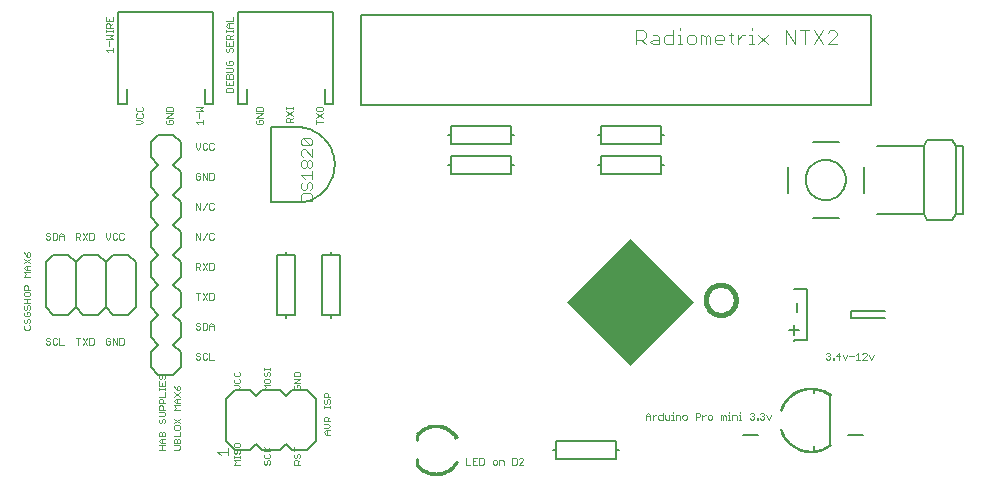
<source format=gto>
G75*
G70*
%OFA0B0*%
%FSLAX24Y24*%
%IPPOS*%
%LPD*%
%AMOC8*
5,1,8,0,0,1.08239X$1,22.5*
%
%ADD10C,0.0020*%
%ADD11R,0.3000X0.3000*%
%ADD12C,0.0160*%
%ADD13C,0.0060*%
%ADD14C,0.0050*%
%ADD15C,0.0030*%
%ADD16C,0.0070*%
%ADD17C,0.0010*%
%ADD18C,0.0080*%
%ADD19C,0.0040*%
%ADD20C,0.0100*%
D10*
X004903Y001110D02*
X005123Y001110D01*
X004903Y001110D01*
X005013Y001110D02*
X005013Y001257D01*
X005013Y001110D01*
X004903Y001257D02*
X005123Y001257D01*
X004903Y001257D01*
X004977Y001331D02*
X004903Y001404D01*
X004977Y001478D01*
X005123Y001478D01*
X004977Y001478D01*
X004903Y001404D01*
X004977Y001331D01*
X005123Y001331D01*
X004977Y001331D01*
X005013Y001331D02*
X005013Y001478D01*
X005013Y001331D01*
X005013Y001552D02*
X005013Y001662D01*
X005050Y001699D01*
X005087Y001699D01*
X005123Y001662D01*
X005123Y001552D01*
X004903Y001552D01*
X004903Y001662D01*
X004940Y001699D01*
X004977Y001699D01*
X005013Y001662D01*
X005013Y001552D01*
X004903Y001552D02*
X004903Y001662D01*
X004940Y001699D01*
X004977Y001699D01*
X005013Y001662D01*
X005050Y001699D01*
X005087Y001699D01*
X005123Y001662D01*
X005123Y001552D01*
X004903Y001552D01*
X005403Y001552D02*
X005623Y001552D01*
X005623Y001699D01*
X005587Y001773D02*
X005623Y001810D01*
X005623Y001883D01*
X005587Y001920D01*
X005440Y001920D01*
X005403Y001883D01*
X005403Y001810D01*
X005440Y001773D01*
X005587Y001773D01*
X005587Y001478D02*
X005623Y001441D01*
X005623Y001331D01*
X005403Y001331D01*
X005403Y001441D01*
X005440Y001478D01*
X005477Y001478D01*
X005513Y001441D01*
X005513Y001331D01*
X005587Y001257D02*
X005403Y001257D01*
X005403Y001110D02*
X005587Y001110D01*
X005623Y001147D01*
X005623Y001220D01*
X005587Y001257D01*
X005513Y001441D02*
X005550Y001478D01*
X005587Y001478D01*
X005623Y001994D02*
X005403Y002141D01*
X005403Y001994D02*
X005623Y002141D01*
X005123Y002104D02*
X005123Y002031D01*
X005087Y001994D01*
X005123Y002031D01*
X005123Y002104D01*
X005087Y002141D01*
X005050Y002141D01*
X005013Y002104D01*
X005013Y002031D01*
X004977Y001994D01*
X004940Y001994D01*
X004903Y002031D01*
X004903Y002104D01*
X004940Y002141D01*
X004903Y002104D01*
X004903Y002031D01*
X004940Y001994D01*
X004977Y001994D01*
X005013Y002031D01*
X005013Y002104D01*
X005050Y002141D01*
X005087Y002141D01*
X005123Y002104D01*
X005087Y002215D02*
X005123Y002252D01*
X005123Y002325D01*
X005087Y002362D01*
X004903Y002362D01*
X005087Y002362D01*
X005123Y002325D01*
X005123Y002252D01*
X005087Y002215D01*
X004903Y002215D01*
X005087Y002215D01*
X005123Y002436D02*
X004903Y002436D01*
X004903Y002546D01*
X004940Y002583D01*
X005013Y002583D01*
X005050Y002546D01*
X005050Y002436D01*
X005050Y002546D01*
X005013Y002583D01*
X004940Y002583D01*
X004903Y002546D01*
X004903Y002436D01*
X005123Y002436D01*
X005123Y002657D02*
X004903Y002657D01*
X004903Y002767D01*
X004940Y002804D01*
X005013Y002804D01*
X005050Y002767D01*
X005050Y002657D01*
X005050Y002767D01*
X005013Y002804D01*
X004940Y002804D01*
X004903Y002767D01*
X004903Y002657D01*
X005123Y002657D01*
X005123Y002878D02*
X004903Y002878D01*
X005123Y002878D01*
X005123Y003025D01*
X005123Y002878D01*
X005403Y002878D02*
X005623Y003025D01*
X005587Y003099D02*
X005623Y003136D01*
X005623Y003209D01*
X005587Y003246D01*
X005550Y003246D01*
X005513Y003209D01*
X005513Y003099D01*
X005587Y003099D01*
X005513Y003099D02*
X005440Y003172D01*
X005403Y003246D01*
X005123Y003246D02*
X005123Y003393D01*
X005123Y003246D01*
X004903Y003246D01*
X004903Y003393D01*
X004903Y003246D01*
X005123Y003246D01*
X005123Y003172D02*
X005123Y003099D01*
X005123Y003172D01*
X005123Y003136D02*
X004903Y003136D01*
X005123Y003136D01*
X005013Y003246D02*
X005013Y003320D01*
X005013Y003246D01*
X004903Y003172D02*
X004903Y003099D01*
X004903Y003172D01*
X005403Y003025D02*
X005623Y002878D01*
X005623Y002804D02*
X005477Y002804D01*
X005403Y002730D01*
X005477Y002657D01*
X005623Y002657D01*
X005623Y002583D02*
X005403Y002583D01*
X005477Y002509D01*
X005403Y002436D01*
X005623Y002436D01*
X005513Y002657D02*
X005513Y002804D01*
X005087Y003467D02*
X005123Y003504D01*
X005123Y003577D01*
X005087Y003614D01*
X005050Y003614D01*
X005013Y003577D01*
X005013Y003504D01*
X004977Y003467D01*
X004940Y003467D01*
X004903Y003504D01*
X004903Y003577D01*
X004940Y003614D01*
X004903Y003577D01*
X004903Y003504D01*
X004940Y003467D01*
X004977Y003467D01*
X005013Y003504D01*
X005013Y003577D01*
X005050Y003614D01*
X005087Y003614D01*
X005123Y003577D01*
X005123Y003504D01*
X005087Y003467D01*
X006143Y004147D02*
X006180Y004110D01*
X006253Y004110D01*
X006290Y004147D01*
X006290Y004183D01*
X006253Y004220D01*
X006180Y004220D01*
X006143Y004257D01*
X006143Y004293D01*
X006180Y004330D01*
X006253Y004330D01*
X006290Y004293D01*
X006364Y004293D02*
X006364Y004147D01*
X006401Y004110D01*
X006474Y004110D01*
X006511Y004147D01*
X006585Y004110D02*
X006732Y004110D01*
X006585Y004110D02*
X006585Y004330D01*
X006511Y004293D02*
X006474Y004330D01*
X006401Y004330D01*
X006364Y004293D01*
X007403Y003662D02*
X007403Y003589D01*
X007440Y003552D01*
X007587Y003552D01*
X007623Y003589D01*
X007623Y003662D01*
X007587Y003699D01*
X007440Y003699D02*
X007403Y003662D01*
X007440Y003478D02*
X007403Y003441D01*
X007403Y003368D01*
X007440Y003331D01*
X007587Y003331D01*
X007623Y003368D01*
X007623Y003441D01*
X007587Y003478D01*
X007550Y003257D02*
X007403Y003257D01*
X007550Y003257D02*
X007623Y003183D01*
X007550Y003110D01*
X007403Y003110D01*
X008403Y003110D02*
X008477Y003183D01*
X008403Y003257D01*
X008623Y003257D01*
X008587Y003331D02*
X008623Y003368D01*
X008623Y003441D01*
X008587Y003478D01*
X008440Y003478D01*
X008403Y003441D01*
X008403Y003368D01*
X008440Y003331D01*
X008587Y003331D01*
X008587Y003552D02*
X008623Y003589D01*
X008623Y003662D01*
X008587Y003699D01*
X008550Y003699D01*
X008513Y003662D01*
X008513Y003589D01*
X008477Y003552D01*
X008440Y003552D01*
X008403Y003589D01*
X008403Y003662D01*
X008440Y003699D01*
X008403Y003773D02*
X008403Y003846D01*
X008403Y003810D02*
X008623Y003810D01*
X008623Y003846D02*
X008623Y003773D01*
X009403Y003662D02*
X009403Y003552D01*
X009623Y003552D01*
X009623Y003662D01*
X009587Y003699D01*
X009440Y003699D01*
X009403Y003662D01*
X009403Y003478D02*
X009623Y003478D01*
X009403Y003331D01*
X009623Y003331D01*
X009587Y003257D02*
X009513Y003257D01*
X009513Y003183D01*
X009440Y003110D02*
X009587Y003110D01*
X009623Y003147D01*
X009623Y003220D01*
X009587Y003257D01*
X009440Y003257D02*
X009403Y003220D01*
X009403Y003147D01*
X009440Y003110D01*
X008623Y003110D02*
X008403Y003110D01*
X010403Y002972D02*
X010403Y002862D01*
X010623Y002862D01*
X010550Y002862D02*
X010550Y002972D01*
X010513Y003009D01*
X010440Y003009D01*
X010403Y002972D01*
X010440Y002788D02*
X010403Y002751D01*
X010403Y002678D01*
X010440Y002641D01*
X010477Y002641D01*
X010513Y002678D01*
X010513Y002751D01*
X010550Y002788D01*
X010587Y002788D01*
X010623Y002751D01*
X010623Y002678D01*
X010587Y002641D01*
X010623Y002567D02*
X010623Y002494D01*
X010623Y002531D02*
X010403Y002531D01*
X010403Y002567D02*
X010403Y002494D01*
X010440Y002199D02*
X010513Y002199D01*
X010550Y002162D01*
X010550Y002052D01*
X010623Y002052D02*
X010403Y002052D01*
X010403Y002162D01*
X010440Y002199D01*
X010550Y002125D02*
X010623Y002199D01*
X010550Y001978D02*
X010403Y001978D01*
X010550Y001978D02*
X010623Y001904D01*
X010550Y001831D01*
X010403Y001831D01*
X010477Y001757D02*
X010623Y001757D01*
X010513Y001757D02*
X010513Y001610D01*
X010477Y001610D02*
X010623Y001610D01*
X010477Y001610D02*
X010403Y001683D01*
X010477Y001757D01*
X009403Y001199D02*
X009403Y001052D01*
X009403Y001125D02*
X009623Y001125D01*
X009587Y000978D02*
X009623Y000941D01*
X009623Y000868D01*
X009587Y000831D01*
X009513Y000868D02*
X009513Y000941D01*
X009550Y000978D01*
X009587Y000978D01*
X009513Y000868D02*
X009477Y000831D01*
X009440Y000831D01*
X009403Y000868D01*
X009403Y000941D01*
X009440Y000978D01*
X009440Y000757D02*
X009513Y000757D01*
X009550Y000720D01*
X009550Y000610D01*
X009623Y000610D02*
X009403Y000610D01*
X009403Y000720D01*
X009440Y000757D01*
X009550Y000683D02*
X009623Y000757D01*
X008623Y000720D02*
X008623Y000647D01*
X008587Y000610D01*
X008513Y000647D02*
X008513Y000720D01*
X008550Y000757D01*
X008587Y000757D01*
X008623Y000720D01*
X008587Y000831D02*
X008623Y000868D01*
X008623Y000941D01*
X008587Y000978D01*
X008623Y001052D02*
X008403Y001052D01*
X008440Y000978D02*
X008403Y000941D01*
X008403Y000868D01*
X008440Y000831D01*
X008587Y000831D01*
X008440Y000757D02*
X008403Y000720D01*
X008403Y000647D01*
X008440Y000610D01*
X008477Y000610D01*
X008513Y000647D01*
X008550Y001052D02*
X008403Y001199D01*
X008513Y001089D02*
X008623Y001199D01*
X007623Y001236D02*
X007623Y001309D01*
X007587Y001346D01*
X007440Y001346D01*
X007403Y001309D01*
X007403Y001236D01*
X007440Y001199D01*
X007587Y001199D01*
X007623Y001236D01*
X007587Y001125D02*
X007623Y001088D01*
X007623Y001015D01*
X007587Y000978D01*
X007623Y000904D02*
X007623Y000831D01*
X007623Y000868D02*
X007403Y000868D01*
X007403Y000904D02*
X007403Y000831D01*
X007403Y000757D02*
X007623Y000757D01*
X007623Y000610D02*
X007403Y000610D01*
X007477Y000683D01*
X007403Y000757D01*
X007440Y000978D02*
X007477Y000978D01*
X007513Y001015D01*
X007513Y001088D01*
X007550Y001125D01*
X007587Y001125D01*
X007440Y001125D02*
X007403Y001088D01*
X007403Y001015D01*
X007440Y000978D01*
X003732Y004647D02*
X003732Y004793D01*
X003695Y004830D01*
X003585Y004830D01*
X003585Y004610D01*
X003695Y004610D01*
X003732Y004647D01*
X003511Y004610D02*
X003511Y004830D01*
X003364Y004830D02*
X003364Y004610D01*
X003290Y004647D02*
X003290Y004720D01*
X003217Y004720D01*
X003290Y004647D02*
X003253Y004610D01*
X003180Y004610D01*
X003143Y004647D01*
X003143Y004793D01*
X003180Y004830D01*
X003253Y004830D01*
X003290Y004793D01*
X003364Y004830D02*
X003511Y004610D01*
X002732Y004647D02*
X002732Y004793D01*
X002695Y004830D01*
X002585Y004830D01*
X002585Y004610D01*
X002695Y004610D01*
X002732Y004647D01*
X002511Y004610D02*
X002364Y004830D01*
X002290Y004830D02*
X002143Y004830D01*
X002217Y004830D02*
X002217Y004610D01*
X002364Y004610D02*
X002511Y004830D01*
X001732Y004610D02*
X001585Y004610D01*
X001585Y004830D01*
X001511Y004793D02*
X001474Y004830D01*
X001401Y004830D01*
X001364Y004793D01*
X001364Y004647D01*
X001401Y004610D01*
X001474Y004610D01*
X001511Y004647D01*
X001290Y004647D02*
X001253Y004610D01*
X001180Y004610D01*
X001143Y004647D01*
X001180Y004720D02*
X001253Y004720D01*
X001290Y004683D01*
X001290Y004647D01*
X001180Y004720D02*
X001143Y004757D01*
X001143Y004793D01*
X001180Y004830D01*
X001253Y004830D01*
X001290Y004793D01*
X000623Y005147D02*
X000623Y005220D01*
X000587Y005257D01*
X000587Y005331D02*
X000623Y005368D01*
X000623Y005441D01*
X000587Y005478D01*
X000550Y005478D01*
X000513Y005441D01*
X000513Y005368D01*
X000477Y005331D01*
X000440Y005331D01*
X000403Y005368D01*
X000403Y005441D01*
X000440Y005478D01*
X000440Y005552D02*
X000587Y005552D01*
X000623Y005589D01*
X000623Y005662D01*
X000587Y005699D01*
X000513Y005699D01*
X000513Y005625D01*
X000440Y005552D02*
X000403Y005589D01*
X000403Y005662D01*
X000440Y005699D01*
X000440Y005773D02*
X000477Y005773D01*
X000513Y005810D01*
X000513Y005883D01*
X000550Y005920D01*
X000587Y005920D01*
X000623Y005883D01*
X000623Y005810D01*
X000587Y005773D01*
X000440Y005773D02*
X000403Y005810D01*
X000403Y005883D01*
X000440Y005920D01*
X000403Y005994D02*
X000623Y005994D01*
X000513Y005994D02*
X000513Y006141D01*
X000440Y006215D02*
X000587Y006215D01*
X000623Y006252D01*
X000623Y006325D01*
X000587Y006362D01*
X000440Y006362D01*
X000403Y006325D01*
X000403Y006252D01*
X000440Y006215D01*
X000403Y006141D02*
X000623Y006141D01*
X000623Y006436D02*
X000403Y006436D01*
X000403Y006546D01*
X000440Y006583D01*
X000513Y006583D01*
X000550Y006546D01*
X000550Y006436D01*
X000623Y006878D02*
X000403Y006878D01*
X000477Y006951D01*
X000403Y007025D01*
X000623Y007025D01*
X000623Y007099D02*
X000477Y007099D01*
X000403Y007172D01*
X000477Y007246D01*
X000623Y007246D01*
X000623Y007320D02*
X000403Y007467D01*
X000513Y007541D02*
X000513Y007651D01*
X000550Y007688D01*
X000587Y007688D01*
X000623Y007651D01*
X000623Y007578D01*
X000587Y007541D01*
X000513Y007541D01*
X000440Y007614D01*
X000403Y007688D01*
X000623Y007467D02*
X000403Y007320D01*
X000513Y007246D02*
X000513Y007099D01*
X001180Y008110D02*
X001143Y008147D01*
X001180Y008110D02*
X001253Y008110D01*
X001290Y008147D01*
X001290Y008183D01*
X001253Y008220D01*
X001180Y008220D01*
X001143Y008257D01*
X001143Y008293D01*
X001180Y008330D01*
X001253Y008330D01*
X001290Y008293D01*
X001364Y008330D02*
X001474Y008330D01*
X001511Y008293D01*
X001511Y008147D01*
X001474Y008110D01*
X001364Y008110D01*
X001364Y008330D01*
X001585Y008257D02*
X001659Y008330D01*
X001732Y008257D01*
X001732Y008110D01*
X001732Y008220D02*
X001585Y008220D01*
X001585Y008257D02*
X001585Y008110D01*
X002143Y008110D02*
X002143Y008330D01*
X002253Y008330D01*
X002290Y008293D01*
X002290Y008220D01*
X002253Y008183D01*
X002143Y008183D01*
X002217Y008183D02*
X002290Y008110D01*
X002364Y008110D02*
X002511Y008330D01*
X002585Y008330D02*
X002585Y008110D01*
X002695Y008110D01*
X002732Y008147D01*
X002732Y008293D01*
X002695Y008330D01*
X002585Y008330D01*
X002364Y008330D02*
X002511Y008110D01*
X003143Y008183D02*
X003217Y008110D01*
X003290Y008183D01*
X003290Y008330D01*
X003364Y008293D02*
X003364Y008147D01*
X003401Y008110D01*
X003474Y008110D01*
X003511Y008147D01*
X003585Y008147D02*
X003622Y008110D01*
X003695Y008110D01*
X003732Y008147D01*
X003732Y008293D02*
X003695Y008330D01*
X003622Y008330D01*
X003585Y008293D01*
X003585Y008147D01*
X003511Y008293D02*
X003474Y008330D01*
X003401Y008330D01*
X003364Y008293D01*
X003143Y008330D02*
X003143Y008183D01*
X006143Y008110D02*
X006143Y008330D01*
X006290Y008110D01*
X006290Y008330D01*
X006511Y008330D02*
X006364Y008110D01*
X006585Y008147D02*
X006585Y008293D01*
X006622Y008330D01*
X006695Y008330D01*
X006732Y008293D01*
X006732Y008147D02*
X006695Y008110D01*
X006622Y008110D01*
X006585Y008147D01*
X006585Y007330D02*
X006695Y007330D01*
X006732Y007293D01*
X006732Y007147D01*
X006695Y007110D01*
X006585Y007110D01*
X006585Y007330D01*
X006511Y007330D02*
X006364Y007110D01*
X006290Y007110D02*
X006217Y007183D01*
X006253Y007183D02*
X006143Y007183D01*
X006143Y007110D02*
X006143Y007330D01*
X006253Y007330D01*
X006290Y007293D01*
X006290Y007220D01*
X006253Y007183D01*
X006364Y007330D02*
X006511Y007110D01*
X006511Y006330D02*
X006364Y006110D01*
X006511Y006110D02*
X006364Y006330D01*
X006290Y006330D02*
X006143Y006330D01*
X006217Y006330D02*
X006217Y006110D01*
X006585Y006110D02*
X006695Y006110D01*
X006732Y006147D01*
X006732Y006293D01*
X006695Y006330D01*
X006585Y006330D01*
X006585Y006110D01*
X006659Y005330D02*
X006732Y005257D01*
X006732Y005110D01*
X006732Y005220D02*
X006585Y005220D01*
X006585Y005257D02*
X006659Y005330D01*
X006585Y005257D02*
X006585Y005110D01*
X006511Y005147D02*
X006511Y005293D01*
X006474Y005330D01*
X006364Y005330D01*
X006364Y005110D01*
X006474Y005110D01*
X006511Y005147D01*
X006290Y005147D02*
X006290Y005183D01*
X006253Y005220D01*
X006180Y005220D01*
X006143Y005257D01*
X006143Y005293D01*
X006180Y005330D01*
X006253Y005330D01*
X006290Y005293D01*
X006290Y005147D02*
X006253Y005110D01*
X006180Y005110D01*
X006143Y005147D01*
X000623Y005147D02*
X000587Y005110D01*
X000440Y005110D01*
X000403Y005147D01*
X000403Y005220D01*
X000440Y005257D01*
X006143Y009110D02*
X006143Y009330D01*
X006290Y009110D01*
X006290Y009330D01*
X006511Y009330D02*
X006364Y009110D01*
X006585Y009147D02*
X006585Y009293D01*
X006622Y009330D01*
X006695Y009330D01*
X006732Y009293D01*
X006732Y009147D02*
X006695Y009110D01*
X006622Y009110D01*
X006585Y009147D01*
X006585Y010110D02*
X006695Y010110D01*
X006732Y010147D01*
X006732Y010293D01*
X006695Y010330D01*
X006585Y010330D01*
X006585Y010110D01*
X006511Y010110D02*
X006511Y010330D01*
X006364Y010330D02*
X006364Y010110D01*
X006290Y010147D02*
X006290Y010220D01*
X006217Y010220D01*
X006290Y010147D02*
X006253Y010110D01*
X006180Y010110D01*
X006143Y010147D01*
X006143Y010293D01*
X006180Y010330D01*
X006253Y010330D01*
X006290Y010293D01*
X006364Y010330D02*
X006511Y010110D01*
X006474Y011110D02*
X006511Y011147D01*
X006474Y011110D02*
X006401Y011110D01*
X006364Y011147D01*
X006364Y011293D01*
X006401Y011330D01*
X006474Y011330D01*
X006511Y011293D01*
X006585Y011293D02*
X006585Y011147D01*
X006622Y011110D01*
X006695Y011110D01*
X006732Y011147D01*
X006732Y011293D02*
X006695Y011330D01*
X006622Y011330D01*
X006585Y011293D01*
X006290Y011330D02*
X006290Y011183D01*
X006217Y011110D01*
X006143Y011183D01*
X006143Y011330D01*
X006217Y011947D02*
X006143Y012020D01*
X006363Y012020D01*
X006363Y011947D02*
X006363Y012094D01*
X006253Y012168D02*
X006253Y012315D01*
X006143Y012389D02*
X006363Y012389D01*
X006290Y012462D01*
X006363Y012536D01*
X006143Y012536D01*
X005363Y012499D02*
X005363Y012389D01*
X005143Y012389D01*
X005143Y012499D01*
X005180Y012536D01*
X005327Y012536D01*
X005363Y012499D01*
X005363Y012315D02*
X005143Y012315D01*
X005143Y012168D02*
X005363Y012315D01*
X005363Y012168D02*
X005143Y012168D01*
X005180Y012094D02*
X005143Y012057D01*
X005143Y011984D01*
X005180Y011947D01*
X005327Y011947D01*
X005363Y011984D01*
X005363Y012057D01*
X005327Y012094D01*
X005253Y012094D01*
X005253Y012020D01*
X004363Y012020D02*
X004290Y011947D01*
X004143Y011947D01*
X004143Y012094D02*
X004290Y012094D01*
X004363Y012020D01*
X004327Y012168D02*
X004363Y012205D01*
X004363Y012278D01*
X004327Y012315D01*
X004327Y012389D02*
X004363Y012426D01*
X004363Y012499D01*
X004327Y012536D01*
X004327Y012389D02*
X004180Y012389D01*
X004143Y012426D01*
X004143Y012499D01*
X004180Y012536D01*
X004180Y012315D02*
X004143Y012278D01*
X004143Y012205D01*
X004180Y012168D01*
X004327Y012168D01*
X007143Y013032D02*
X007143Y013142D01*
X007180Y013179D01*
X007327Y013179D01*
X007363Y013142D01*
X007363Y013032D01*
X007143Y013032D01*
X007143Y013253D02*
X007363Y013253D01*
X007363Y013400D01*
X007363Y013474D02*
X007143Y013474D01*
X007143Y013584D01*
X007180Y013621D01*
X007217Y013621D01*
X007253Y013584D01*
X007253Y013474D01*
X007253Y013584D02*
X007290Y013621D01*
X007327Y013621D01*
X007363Y013584D01*
X007363Y013474D01*
X007253Y013326D02*
X007253Y013253D01*
X007143Y013253D02*
X007143Y013400D01*
X007143Y013695D02*
X007327Y013695D01*
X007363Y013731D01*
X007363Y013805D01*
X007327Y013842D01*
X007143Y013842D01*
X007180Y013916D02*
X007327Y013916D01*
X007363Y013952D01*
X007363Y014026D01*
X007327Y014063D01*
X007253Y014063D01*
X007253Y013989D01*
X007180Y013916D02*
X007143Y013952D01*
X007143Y014026D01*
X007180Y014063D01*
X007180Y014358D02*
X007217Y014358D01*
X007253Y014394D01*
X007253Y014468D01*
X007290Y014505D01*
X007327Y014505D01*
X007363Y014468D01*
X007363Y014394D01*
X007327Y014358D01*
X007180Y014358D02*
X007143Y014394D01*
X007143Y014468D01*
X007180Y014505D01*
X007143Y014579D02*
X007363Y014579D01*
X007363Y014726D01*
X007363Y014800D02*
X007143Y014800D01*
X007143Y014910D01*
X007180Y014946D01*
X007253Y014946D01*
X007290Y014910D01*
X007290Y014800D01*
X007290Y014873D02*
X007363Y014946D01*
X007363Y015021D02*
X007363Y015094D01*
X007363Y015057D02*
X007143Y015057D01*
X007143Y015021D02*
X007143Y015094D01*
X007217Y015168D02*
X007143Y015241D01*
X007217Y015315D01*
X007363Y015315D01*
X007363Y015389D02*
X007143Y015389D01*
X007253Y015315D02*
X007253Y015168D01*
X007217Y015168D02*
X007363Y015168D01*
X007363Y015389D02*
X007363Y015536D01*
X007143Y014726D02*
X007143Y014579D01*
X007253Y014579D02*
X007253Y014652D01*
X003363Y014505D02*
X003363Y014358D01*
X003363Y014431D02*
X003143Y014431D01*
X003217Y014358D01*
X003253Y014579D02*
X003253Y014726D01*
X003143Y014800D02*
X003363Y014800D01*
X003290Y014873D01*
X003363Y014946D01*
X003143Y014946D01*
X003143Y015021D02*
X003143Y015094D01*
X003143Y015057D02*
X003363Y015057D01*
X003363Y015021D02*
X003363Y015094D01*
X003363Y015168D02*
X003143Y015168D01*
X003143Y015278D01*
X003180Y015315D01*
X003253Y015315D01*
X003290Y015278D01*
X003290Y015168D01*
X003290Y015241D02*
X003363Y015315D01*
X003363Y015389D02*
X003143Y015389D01*
X003143Y015536D01*
X003253Y015462D02*
X003253Y015389D01*
X003363Y015389D02*
X003363Y015536D01*
X008143Y012499D02*
X008143Y012389D01*
X008363Y012389D01*
X008363Y012499D01*
X008327Y012536D01*
X008180Y012536D01*
X008143Y012499D01*
X008143Y012315D02*
X008363Y012315D01*
X008143Y012168D01*
X008363Y012168D01*
X008327Y012094D02*
X008253Y012094D01*
X008253Y012020D01*
X008180Y011947D02*
X008327Y011947D01*
X008363Y011984D01*
X008363Y012057D01*
X008327Y012094D01*
X008180Y012094D02*
X008143Y012057D01*
X008143Y011984D01*
X008180Y011947D01*
X009143Y012021D02*
X009143Y012131D01*
X009180Y012167D01*
X009253Y012167D01*
X009290Y012131D01*
X009290Y012021D01*
X009290Y012094D02*
X009363Y012167D01*
X009363Y012242D02*
X009143Y012388D01*
X009143Y012463D02*
X009143Y012536D01*
X009143Y012499D02*
X009363Y012499D01*
X009363Y012463D02*
X009363Y012536D01*
X009363Y012388D02*
X009143Y012242D01*
X009143Y012021D02*
X009363Y012021D01*
X010143Y012020D02*
X010363Y012020D01*
X010363Y012168D02*
X010143Y012315D01*
X010180Y012389D02*
X010327Y012389D01*
X010363Y012426D01*
X010363Y012499D01*
X010327Y012536D01*
X010180Y012536D01*
X010143Y012499D01*
X010143Y012426D01*
X010180Y012389D01*
X010363Y012315D02*
X010143Y012168D01*
X010143Y012094D02*
X010143Y011947D01*
X027143Y004293D02*
X027180Y004330D01*
X027253Y004330D01*
X027290Y004293D01*
X027290Y004257D01*
X027253Y004220D01*
X027290Y004183D01*
X027290Y004147D01*
X027253Y004110D01*
X027180Y004110D01*
X027143Y004147D01*
X027217Y004220D02*
X027253Y004220D01*
X027364Y004147D02*
X027401Y004147D01*
X027401Y004110D01*
X027364Y004110D01*
X027364Y004147D01*
X027475Y004220D02*
X027622Y004220D01*
X027696Y004257D02*
X027769Y004110D01*
X027843Y004257D01*
X027917Y004220D02*
X028064Y004220D01*
X028138Y004257D02*
X028211Y004330D01*
X028211Y004110D01*
X028138Y004110D02*
X028285Y004110D01*
X028359Y004110D02*
X028506Y004257D01*
X028506Y004293D01*
X028469Y004330D01*
X028395Y004330D01*
X028359Y004293D01*
X028359Y004110D02*
X028506Y004110D01*
X028653Y004110D02*
X028727Y004257D01*
X028580Y004257D02*
X028653Y004110D01*
X027585Y004110D02*
X027585Y004330D01*
X027475Y004220D01*
X025084Y002293D02*
X025084Y002257D01*
X025047Y002220D01*
X025084Y002183D01*
X025084Y002147D01*
X025047Y002110D01*
X024974Y002110D01*
X024937Y002147D01*
X024863Y002147D02*
X024863Y002110D01*
X024826Y002110D01*
X024826Y002147D01*
X024863Y002147D01*
X024752Y002147D02*
X024716Y002110D01*
X024642Y002110D01*
X024605Y002147D01*
X024679Y002220D02*
X024716Y002220D01*
X024752Y002183D01*
X024752Y002147D01*
X024716Y002220D02*
X024752Y002257D01*
X024752Y002293D01*
X024716Y002330D01*
X024642Y002330D01*
X024605Y002293D01*
X024937Y002293D02*
X024974Y002330D01*
X025047Y002330D01*
X025084Y002293D01*
X025047Y002220D02*
X025010Y002220D01*
X025158Y002257D02*
X025231Y002110D01*
X025305Y002257D01*
X024311Y002110D02*
X024237Y002110D01*
X024274Y002110D02*
X024274Y002257D01*
X024237Y002257D01*
X024274Y002330D02*
X024274Y002367D01*
X024163Y002220D02*
X024163Y002110D01*
X024163Y002220D02*
X024126Y002257D01*
X024016Y002257D01*
X024016Y002110D01*
X023942Y002110D02*
X023869Y002110D01*
X023906Y002110D02*
X023906Y002257D01*
X023869Y002257D01*
X023906Y002330D02*
X023906Y002367D01*
X023795Y002220D02*
X023795Y002110D01*
X023721Y002110D02*
X023721Y002220D01*
X023758Y002257D01*
X023795Y002220D01*
X023721Y002220D02*
X023685Y002257D01*
X023648Y002257D01*
X023648Y002110D01*
X023353Y002147D02*
X023353Y002220D01*
X023316Y002257D01*
X023243Y002257D01*
X023206Y002220D01*
X023206Y002147D01*
X023243Y002110D01*
X023316Y002110D01*
X023353Y002147D01*
X023132Y002257D02*
X023095Y002257D01*
X023022Y002183D01*
X023022Y002110D02*
X023022Y002257D01*
X022948Y002293D02*
X022948Y002220D01*
X022911Y002183D01*
X022801Y002183D01*
X022801Y002110D02*
X022801Y002330D01*
X022911Y002330D01*
X022948Y002293D01*
X022506Y002220D02*
X022469Y002257D01*
X022395Y002257D01*
X022359Y002220D01*
X022359Y002147D01*
X022395Y002110D01*
X022469Y002110D01*
X022506Y002147D01*
X022506Y002220D01*
X022285Y002220D02*
X022285Y002110D01*
X022285Y002220D02*
X022248Y002257D01*
X022138Y002257D01*
X022138Y002110D01*
X022064Y002110D02*
X021990Y002110D01*
X022027Y002110D02*
X022027Y002257D01*
X021990Y002257D01*
X021916Y002257D02*
X021916Y002110D01*
X021806Y002110D01*
X021769Y002147D01*
X021769Y002257D01*
X021695Y002257D02*
X021585Y002257D01*
X021548Y002220D01*
X021548Y002147D01*
X021585Y002110D01*
X021695Y002110D01*
X021695Y002330D01*
X021474Y002257D02*
X021438Y002257D01*
X021364Y002183D01*
X021364Y002110D02*
X021364Y002257D01*
X021290Y002257D02*
X021217Y002330D01*
X021143Y002257D01*
X021143Y002110D01*
X021143Y002220D02*
X021290Y002220D01*
X021290Y002257D02*
X021290Y002110D01*
X022027Y002330D02*
X022027Y002367D01*
X017058Y000793D02*
X017021Y000830D01*
X016948Y000830D01*
X016911Y000793D01*
X016837Y000793D02*
X016837Y000647D01*
X016800Y000610D01*
X016690Y000610D01*
X016690Y000830D01*
X016800Y000830D01*
X016837Y000793D01*
X016911Y000610D02*
X017058Y000757D01*
X017058Y000793D01*
X017058Y000610D02*
X016911Y000610D01*
X016395Y000610D02*
X016395Y000720D01*
X016358Y000757D01*
X016248Y000757D01*
X016248Y000610D01*
X016174Y000647D02*
X016174Y000720D01*
X016137Y000757D01*
X016064Y000757D01*
X016027Y000720D01*
X016027Y000647D01*
X016064Y000610D01*
X016137Y000610D01*
X016174Y000647D01*
X015732Y000647D02*
X015732Y000793D01*
X015695Y000830D01*
X015585Y000830D01*
X015585Y000610D01*
X015695Y000610D01*
X015732Y000647D01*
X015511Y000610D02*
X015364Y000610D01*
X015364Y000830D01*
X015511Y000830D01*
X015438Y000720D02*
X015364Y000720D01*
X015290Y000610D02*
X015143Y000610D01*
X015143Y000830D01*
D11*
G36*
X022754Y006014D02*
X020633Y003893D01*
X018512Y006014D01*
X020633Y008135D01*
X022754Y006014D01*
G37*
D12*
X023133Y006100D02*
X023135Y006144D01*
X023141Y006188D01*
X023151Y006231D01*
X023164Y006273D01*
X023181Y006314D01*
X023202Y006353D01*
X023226Y006390D01*
X023253Y006425D01*
X023283Y006457D01*
X023316Y006487D01*
X023352Y006513D01*
X023389Y006537D01*
X023429Y006556D01*
X023470Y006573D01*
X023513Y006585D01*
X023556Y006594D01*
X023600Y006599D01*
X023644Y006600D01*
X023688Y006597D01*
X023732Y006590D01*
X023775Y006579D01*
X023817Y006565D01*
X023857Y006547D01*
X023896Y006525D01*
X023932Y006501D01*
X023966Y006473D01*
X023998Y006442D01*
X024027Y006408D01*
X024053Y006372D01*
X024075Y006334D01*
X024094Y006294D01*
X024109Y006252D01*
X024121Y006210D01*
X024129Y006166D01*
X024133Y006122D01*
X024133Y006078D01*
X024129Y006034D01*
X024121Y005990D01*
X024109Y005948D01*
X024094Y005906D01*
X024075Y005866D01*
X024053Y005828D01*
X024027Y005792D01*
X023998Y005758D01*
X023966Y005727D01*
X023932Y005699D01*
X023896Y005675D01*
X023857Y005653D01*
X023817Y005635D01*
X023775Y005621D01*
X023732Y005610D01*
X023688Y005603D01*
X023644Y005600D01*
X023600Y005601D01*
X023556Y005606D01*
X023513Y005615D01*
X023470Y005627D01*
X023429Y005644D01*
X023389Y005663D01*
X023352Y005687D01*
X023316Y005713D01*
X023283Y005743D01*
X023253Y005775D01*
X023226Y005810D01*
X023202Y005847D01*
X023181Y005886D01*
X023164Y005927D01*
X023151Y005969D01*
X023141Y006012D01*
X023135Y006056D01*
X023133Y006100D01*
D13*
X026733Y003145D02*
X026733Y002987D01*
X027283Y002925D02*
X027283Y001275D01*
X026733Y001213D02*
X026733Y001055D01*
X004133Y005850D02*
X003883Y005600D01*
X003383Y005600D01*
X003133Y005850D01*
X003133Y007350D01*
X003383Y007600D01*
X003883Y007600D01*
X004133Y007350D01*
X004133Y005850D01*
X003133Y005850D02*
X002883Y005600D01*
X002383Y005600D01*
X002133Y005850D01*
X002133Y007350D01*
X002383Y007600D01*
X002883Y007600D01*
X003133Y007350D01*
X002133Y007350D02*
X001883Y007600D01*
X001383Y007600D01*
X001133Y007350D01*
X001133Y005850D01*
X001383Y005600D01*
X001883Y005600D01*
X002133Y005850D01*
D14*
X007133Y002800D02*
X007433Y003100D01*
X007933Y003100D01*
X008133Y002900D01*
X008333Y003100D01*
X008933Y003100D01*
X009133Y002900D01*
X009333Y003100D01*
X009833Y003100D01*
X010133Y002800D01*
X010133Y001400D01*
X009833Y001100D01*
X009333Y001100D01*
X009133Y001300D01*
X008933Y001100D01*
X008333Y001100D01*
X008133Y001300D01*
X007933Y001100D01*
X007433Y001100D01*
X007133Y001400D01*
X007133Y002800D01*
X008633Y009350D02*
X009633Y009350D01*
X008633Y009350D02*
X008633Y011850D01*
X009383Y011850D01*
X011633Y012600D02*
X028633Y012600D01*
X028633Y015600D01*
X011633Y015600D01*
X011633Y012600D01*
X009383Y011850D02*
X009452Y011855D01*
X009521Y011856D01*
X009590Y011853D01*
X009659Y011847D01*
X009728Y011837D01*
X009796Y011823D01*
X009863Y011805D01*
X009928Y011784D01*
X009993Y011759D01*
X010056Y011730D01*
X010117Y011698D01*
X010177Y011663D01*
X010235Y011625D01*
X010290Y011583D01*
X010343Y011538D01*
X010393Y011491D01*
X010441Y011441D01*
X010486Y011388D01*
X010528Y011333D01*
X010567Y011276D01*
X010602Y011216D01*
X010635Y011155D01*
X010663Y011092D01*
X010689Y011028D01*
X010711Y010962D01*
X010729Y010895D01*
X010743Y010828D01*
X010754Y010759D01*
X010761Y010690D01*
X010764Y010621D01*
X010763Y010552D01*
X010759Y010483D01*
X010750Y010414D01*
X010738Y010346D01*
X010722Y010279D01*
X010703Y010212D01*
X010680Y010147D01*
X010653Y010083D01*
X010623Y010021D01*
X010589Y009961D01*
X010552Y009902D01*
X010512Y009846D01*
X010469Y009791D01*
X010423Y009740D01*
X010374Y009691D01*
X010323Y009644D01*
X010269Y009601D01*
X010213Y009560D01*
X010154Y009523D01*
X010094Y009489D01*
X010032Y009459D01*
X009968Y009431D01*
X009903Y009408D01*
X009837Y009388D01*
X009770Y009372D01*
X009702Y009359D01*
X009633Y009350D01*
X026082Y006466D02*
X026515Y006466D01*
X026515Y004773D01*
X026082Y004773D01*
X026082Y004734D01*
X027972Y005482D02*
X027972Y005718D01*
X029114Y005718D01*
X029114Y005482D02*
X027972Y005482D01*
D15*
X010018Y009405D02*
X010018Y009590D01*
X009957Y009652D01*
X009710Y009652D01*
X009648Y009590D01*
X009648Y009405D01*
X010018Y009405D01*
X009957Y009773D02*
X010018Y009835D01*
X010018Y009959D01*
X009957Y010020D01*
X009895Y010020D01*
X009833Y009959D01*
X009833Y009835D01*
X009771Y009773D01*
X009710Y009773D01*
X009648Y009835D01*
X009648Y009959D01*
X009710Y010020D01*
X009771Y010142D02*
X009648Y010265D01*
X010018Y010265D01*
X010018Y010142D02*
X010018Y010389D01*
X009957Y010510D02*
X009895Y010510D01*
X009833Y010572D01*
X009833Y010695D01*
X009895Y010757D01*
X009957Y010757D01*
X010018Y010695D01*
X010018Y010572D01*
X009957Y010510D01*
X009833Y010572D02*
X009771Y010510D01*
X009710Y010510D01*
X009648Y010572D01*
X009648Y010695D01*
X009710Y010757D01*
X009771Y010757D01*
X009833Y010695D01*
X009710Y010878D02*
X009648Y010940D01*
X009648Y011064D01*
X009710Y011125D01*
X009771Y011125D01*
X010018Y010878D01*
X010018Y011125D01*
X009957Y011247D02*
X009710Y011247D01*
X009648Y011308D01*
X009648Y011432D01*
X009710Y011494D01*
X009957Y011247D01*
X010018Y011308D01*
X010018Y011432D01*
X009957Y011494D01*
X009710Y011494D01*
X007218Y001162D02*
X007218Y000915D01*
X007218Y001038D02*
X006848Y001038D01*
X006971Y000915D01*
D16*
X025924Y005091D02*
X026251Y005091D01*
X026088Y004928D02*
X026088Y005255D01*
X026167Y005682D02*
X026167Y006009D01*
D17*
X027294Y002947D02*
X027263Y002908D01*
X027264Y002908D02*
X027214Y002945D01*
X027162Y002978D01*
X027108Y003008D01*
X027052Y003035D01*
X026995Y003059D01*
X026937Y003079D01*
X026877Y003095D01*
X026817Y003108D01*
X026756Y003118D01*
X026694Y003123D01*
X026632Y003125D01*
X026571Y003123D01*
X026509Y003117D01*
X026448Y003108D01*
X026388Y003095D01*
X026328Y003079D01*
X026270Y003058D01*
X026213Y003035D01*
X026157Y003008D01*
X026103Y002977D01*
X026051Y002944D01*
X026002Y002907D01*
X025954Y002868D01*
X025909Y002826D01*
X025867Y002781D01*
X025827Y002733D01*
X025790Y002683D01*
X025757Y002632D01*
X025726Y002578D01*
X025699Y002522D01*
X025675Y002465D01*
X025655Y002407D01*
X025608Y002421D01*
X025607Y002422D01*
X025629Y002483D01*
X025653Y002543D01*
X025682Y002601D01*
X025714Y002657D01*
X025749Y002712D01*
X025788Y002764D01*
X025829Y002814D01*
X025874Y002861D01*
X025921Y002905D01*
X025971Y002947D01*
X026023Y002985D01*
X026077Y003020D01*
X026134Y003052D01*
X026192Y003080D01*
X026252Y003105D01*
X026313Y003126D01*
X026376Y003144D01*
X026439Y003157D01*
X026503Y003167D01*
X026568Y003173D01*
X026632Y003175D01*
X026697Y003173D01*
X026762Y003167D01*
X026826Y003158D01*
X026889Y003144D01*
X026952Y003127D01*
X027013Y003106D01*
X027073Y003081D01*
X027131Y003053D01*
X027188Y003021D01*
X027242Y002986D01*
X027295Y002947D01*
X027289Y002940D01*
X027237Y002978D01*
X027183Y003013D01*
X027127Y003045D01*
X027069Y003073D01*
X027010Y003097D01*
X026949Y003118D01*
X026887Y003135D01*
X026824Y003149D01*
X026761Y003158D01*
X026697Y003164D01*
X026632Y003166D01*
X026568Y003164D01*
X026504Y003158D01*
X026441Y003149D01*
X026378Y003135D01*
X026316Y003118D01*
X026255Y003097D01*
X026196Y003072D01*
X026138Y003044D01*
X026082Y003013D01*
X026028Y002978D01*
X025976Y002940D01*
X025927Y002899D01*
X025880Y002855D01*
X025836Y002808D01*
X025795Y002758D01*
X025757Y002707D01*
X025722Y002653D01*
X025690Y002597D01*
X025662Y002539D01*
X025637Y002480D01*
X025616Y002419D01*
X025624Y002416D01*
X025645Y002477D01*
X025670Y002535D01*
X025698Y002593D01*
X025729Y002648D01*
X025764Y002702D01*
X025802Y002753D01*
X025843Y002802D01*
X025886Y002848D01*
X025933Y002892D01*
X025982Y002933D01*
X026033Y002970D01*
X026087Y003005D01*
X026142Y003036D01*
X026199Y003064D01*
X026258Y003088D01*
X026319Y003109D01*
X026380Y003126D01*
X026442Y003140D01*
X026505Y003149D01*
X026569Y003155D01*
X026632Y003157D01*
X026696Y003155D01*
X026760Y003149D01*
X026823Y003140D01*
X026885Y003127D01*
X026946Y003109D01*
X027007Y003089D01*
X027066Y003064D01*
X027123Y003037D01*
X027178Y003005D01*
X027232Y002971D01*
X027283Y002933D01*
X027278Y002926D01*
X027227Y002963D01*
X027174Y002998D01*
X027119Y003029D01*
X027062Y003056D01*
X027003Y003080D01*
X026944Y003101D01*
X026883Y003118D01*
X026821Y003131D01*
X026759Y003140D01*
X026696Y003146D01*
X026632Y003148D01*
X026569Y003146D01*
X026506Y003140D01*
X026444Y003131D01*
X026382Y003118D01*
X026321Y003101D01*
X026262Y003080D01*
X026203Y003056D01*
X026146Y003028D01*
X026091Y002997D01*
X026038Y002963D01*
X025987Y002925D01*
X025939Y002885D01*
X025893Y002842D01*
X025849Y002796D01*
X025809Y002747D01*
X025771Y002697D01*
X025737Y002644D01*
X025706Y002589D01*
X025678Y002532D01*
X025654Y002473D01*
X025633Y002414D01*
X025642Y002411D01*
X025662Y002470D01*
X025686Y002528D01*
X025714Y002584D01*
X025745Y002639D01*
X025779Y002691D01*
X025816Y002742D01*
X025856Y002790D01*
X025899Y002835D01*
X025945Y002878D01*
X025993Y002918D01*
X026043Y002955D01*
X026096Y002989D01*
X026151Y003020D01*
X026207Y003048D01*
X026265Y003072D01*
X026324Y003092D01*
X026384Y003109D01*
X026446Y003122D01*
X026507Y003131D01*
X026570Y003137D01*
X026632Y003139D01*
X026695Y003137D01*
X026757Y003132D01*
X026819Y003122D01*
X026881Y003109D01*
X026941Y003092D01*
X027000Y003072D01*
X027058Y003048D01*
X027114Y003021D01*
X027169Y002990D01*
X027222Y002956D01*
X027272Y002919D01*
X027267Y002912D01*
X027217Y002949D01*
X027164Y002982D01*
X027110Y003013D01*
X027054Y003040D01*
X026997Y003064D01*
X026938Y003084D01*
X026878Y003100D01*
X026818Y003113D01*
X026756Y003123D01*
X026695Y003128D01*
X026632Y003130D01*
X026570Y003128D01*
X026509Y003122D01*
X026447Y003113D01*
X026386Y003100D01*
X026327Y003083D01*
X026268Y003063D01*
X026211Y003039D01*
X026155Y003012D01*
X026101Y002982D01*
X026048Y002948D01*
X025998Y002911D01*
X025951Y002872D01*
X025905Y002829D01*
X025863Y002784D01*
X025823Y002736D01*
X025786Y002686D01*
X025752Y002634D01*
X025722Y002580D01*
X025695Y002524D01*
X025671Y002467D01*
X025650Y002408D01*
X025608Y001779D02*
X025656Y001794D01*
X025655Y001793D02*
X025675Y001735D01*
X025699Y001678D01*
X025726Y001622D01*
X025757Y001568D01*
X025790Y001517D01*
X025827Y001467D01*
X025867Y001419D01*
X025909Y001374D01*
X025954Y001332D01*
X026002Y001293D01*
X026051Y001256D01*
X026103Y001223D01*
X026157Y001192D01*
X026213Y001165D01*
X026270Y001142D01*
X026328Y001121D01*
X026388Y001105D01*
X026448Y001092D01*
X026509Y001083D01*
X026571Y001077D01*
X026632Y001075D01*
X026694Y001077D01*
X026756Y001082D01*
X026817Y001092D01*
X026877Y001105D01*
X026937Y001121D01*
X026995Y001141D01*
X027052Y001165D01*
X027108Y001192D01*
X027162Y001222D01*
X027214Y001255D01*
X027264Y001292D01*
X027294Y001253D01*
X027295Y001253D01*
X027242Y001214D01*
X027188Y001179D01*
X027131Y001147D01*
X027073Y001119D01*
X027013Y001094D01*
X026952Y001073D01*
X026889Y001056D01*
X026826Y001042D01*
X026762Y001033D01*
X026697Y001027D01*
X026632Y001025D01*
X026568Y001027D01*
X026503Y001033D01*
X026439Y001043D01*
X026376Y001056D01*
X026313Y001074D01*
X026252Y001095D01*
X026192Y001120D01*
X026134Y001148D01*
X026077Y001180D01*
X026023Y001215D01*
X025971Y001253D01*
X025921Y001295D01*
X025874Y001339D01*
X025829Y001386D01*
X025788Y001436D01*
X025749Y001488D01*
X025714Y001543D01*
X025682Y001599D01*
X025653Y001657D01*
X025629Y001717D01*
X025607Y001778D01*
X025616Y001781D01*
X025637Y001720D01*
X025662Y001661D01*
X025690Y001603D01*
X025722Y001547D01*
X025756Y001493D01*
X025795Y001442D01*
X025836Y001392D01*
X025880Y001345D01*
X025927Y001301D01*
X025976Y001260D01*
X026028Y001222D01*
X026082Y001187D01*
X026138Y001156D01*
X026196Y001128D01*
X026255Y001103D01*
X026316Y001082D01*
X026378Y001065D01*
X026441Y001051D01*
X026504Y001042D01*
X026568Y001036D01*
X026632Y001034D01*
X026697Y001036D01*
X026761Y001042D01*
X026824Y001051D01*
X026887Y001065D01*
X026949Y001082D01*
X027010Y001103D01*
X027069Y001127D01*
X027127Y001155D01*
X027183Y001187D01*
X027237Y001222D01*
X027289Y001260D01*
X027283Y001267D01*
X027232Y001229D01*
X027178Y001195D01*
X027123Y001163D01*
X027066Y001136D01*
X027007Y001111D01*
X026946Y001091D01*
X026885Y001073D01*
X026823Y001060D01*
X026760Y001051D01*
X026696Y001045D01*
X026632Y001043D01*
X026569Y001045D01*
X026505Y001051D01*
X026442Y001060D01*
X026380Y001074D01*
X026319Y001091D01*
X026258Y001112D01*
X026199Y001136D01*
X026142Y001164D01*
X026087Y001195D01*
X026033Y001230D01*
X025982Y001267D01*
X025933Y001308D01*
X025886Y001352D01*
X025843Y001398D01*
X025802Y001447D01*
X025764Y001498D01*
X025729Y001552D01*
X025698Y001607D01*
X025670Y001665D01*
X025645Y001723D01*
X025624Y001784D01*
X025633Y001786D01*
X025654Y001727D01*
X025678Y001668D01*
X025706Y001611D01*
X025737Y001556D01*
X025771Y001503D01*
X025809Y001453D01*
X025849Y001404D01*
X025893Y001358D01*
X025939Y001315D01*
X025987Y001275D01*
X026038Y001237D01*
X026091Y001203D01*
X026146Y001172D01*
X026203Y001144D01*
X026262Y001120D01*
X026321Y001099D01*
X026382Y001082D01*
X026444Y001069D01*
X026506Y001060D01*
X026569Y001054D01*
X026632Y001052D01*
X026696Y001054D01*
X026759Y001060D01*
X026821Y001069D01*
X026883Y001082D01*
X026944Y001099D01*
X027003Y001120D01*
X027062Y001144D01*
X027119Y001171D01*
X027174Y001202D01*
X027227Y001236D01*
X027278Y001274D01*
X027272Y001281D01*
X027222Y001244D01*
X027169Y001210D01*
X027114Y001179D01*
X027058Y001152D01*
X027000Y001128D01*
X026941Y001108D01*
X026881Y001091D01*
X026819Y001078D01*
X026757Y001068D01*
X026695Y001063D01*
X026632Y001061D01*
X026570Y001063D01*
X026507Y001069D01*
X026446Y001078D01*
X026384Y001091D01*
X026324Y001108D01*
X026265Y001128D01*
X026207Y001152D01*
X026151Y001180D01*
X026096Y001211D01*
X026043Y001245D01*
X025993Y001282D01*
X025945Y001322D01*
X025899Y001365D01*
X025856Y001410D01*
X025816Y001458D01*
X025779Y001509D01*
X025745Y001561D01*
X025714Y001616D01*
X025686Y001672D01*
X025662Y001730D01*
X025642Y001789D01*
X025650Y001792D01*
X025671Y001733D01*
X025695Y001676D01*
X025722Y001620D01*
X025752Y001566D01*
X025786Y001514D01*
X025823Y001464D01*
X025863Y001416D01*
X025905Y001371D01*
X025951Y001328D01*
X025998Y001289D01*
X026048Y001252D01*
X026101Y001218D01*
X026155Y001188D01*
X026211Y001161D01*
X026268Y001137D01*
X026327Y001117D01*
X026386Y001100D01*
X026447Y001087D01*
X026509Y001078D01*
X026570Y001072D01*
X026632Y001070D01*
X026694Y001072D01*
X026756Y001077D01*
X026818Y001087D01*
X026878Y001100D01*
X026938Y001116D01*
X026997Y001136D01*
X027054Y001160D01*
X027110Y001187D01*
X027164Y001218D01*
X027217Y001251D01*
X027267Y001288D01*
X014864Y001523D02*
X014786Y001478D01*
X014786Y001479D02*
X014758Y001523D01*
X014727Y001565D01*
X014694Y001605D01*
X014658Y001643D01*
X014619Y001678D01*
X014578Y001710D01*
X014534Y001740D01*
X014489Y001766D01*
X014442Y001789D01*
X014394Y001809D01*
X014344Y001825D01*
X014294Y001838D01*
X014242Y001847D01*
X014190Y001853D01*
X014138Y001855D01*
X014137Y001944D01*
X014138Y001945D01*
X014193Y001943D01*
X014247Y001937D01*
X014302Y001928D01*
X014355Y001915D01*
X014407Y001899D01*
X014459Y001880D01*
X014509Y001857D01*
X014557Y001831D01*
X014604Y001802D01*
X014648Y001770D01*
X014691Y001735D01*
X014731Y001697D01*
X014768Y001657D01*
X014803Y001615D01*
X014835Y001570D01*
X014864Y001524D01*
X014856Y001519D01*
X014828Y001565D01*
X014796Y001609D01*
X014761Y001651D01*
X014724Y001691D01*
X014685Y001728D01*
X014643Y001763D01*
X014599Y001794D01*
X014553Y001823D01*
X014505Y001849D01*
X014455Y001871D01*
X014405Y001891D01*
X014353Y001907D01*
X014300Y001919D01*
X014246Y001928D01*
X014192Y001934D01*
X014138Y001936D01*
X014138Y001927D01*
X014192Y001925D01*
X014245Y001919D01*
X014298Y001910D01*
X014350Y001898D01*
X014402Y001882D01*
X014452Y001863D01*
X014501Y001841D01*
X014548Y001815D01*
X014594Y001787D01*
X014637Y001755D01*
X014679Y001721D01*
X014718Y001685D01*
X014755Y001645D01*
X014789Y001604D01*
X014820Y001560D01*
X014849Y001515D01*
X014841Y001510D01*
X014811Y001558D01*
X014777Y001604D01*
X014741Y001647D01*
X014701Y001688D01*
X014659Y001726D01*
X014615Y001761D01*
X014568Y001793D01*
X014519Y001821D01*
X014468Y001846D01*
X014415Y001868D01*
X014362Y001885D01*
X014307Y001899D01*
X014251Y001909D01*
X014195Y001916D01*
X014138Y001918D01*
X014138Y001909D01*
X014194Y001907D01*
X014250Y001901D01*
X014305Y001891D01*
X014359Y001877D01*
X014412Y001859D01*
X014464Y001838D01*
X014515Y001813D01*
X014563Y001785D01*
X014609Y001754D01*
X014654Y001719D01*
X014695Y001682D01*
X014734Y001641D01*
X014770Y001599D01*
X014803Y001553D01*
X014833Y001506D01*
X014825Y001501D01*
X014796Y001548D01*
X014763Y001593D01*
X014727Y001635D01*
X014689Y001675D01*
X014648Y001712D01*
X014604Y001747D01*
X014558Y001778D01*
X014510Y001805D01*
X014461Y001830D01*
X014409Y001851D01*
X014357Y001868D01*
X014303Y001882D01*
X014248Y001892D01*
X014193Y001898D01*
X014138Y001900D01*
X014138Y001891D01*
X014193Y001889D01*
X014247Y001883D01*
X014301Y001873D01*
X014354Y001859D01*
X014406Y001842D01*
X014457Y001822D01*
X014506Y001797D01*
X014553Y001770D01*
X014599Y001739D01*
X014642Y001706D01*
X014683Y001669D01*
X014721Y001629D01*
X014756Y001587D01*
X014788Y001543D01*
X014817Y001497D01*
X014809Y001492D01*
X014781Y001538D01*
X014749Y001582D01*
X014714Y001623D01*
X014676Y001662D01*
X014636Y001699D01*
X014594Y001732D01*
X014549Y001762D01*
X014502Y001790D01*
X014453Y001813D01*
X014403Y001834D01*
X014352Y001851D01*
X014299Y001864D01*
X014246Y001874D01*
X014192Y001880D01*
X014138Y001882D01*
X014138Y001873D01*
X014191Y001871D01*
X014245Y001865D01*
X014297Y001855D01*
X014349Y001842D01*
X014400Y001825D01*
X014450Y001805D01*
X014498Y001782D01*
X014544Y001755D01*
X014588Y001725D01*
X014630Y001692D01*
X014670Y001656D01*
X014707Y001617D01*
X014742Y001576D01*
X014773Y001533D01*
X014802Y001488D01*
X014794Y001483D01*
X014766Y001528D01*
X014735Y001571D01*
X014701Y001611D01*
X014664Y001649D01*
X014625Y001685D01*
X014583Y001717D01*
X014539Y001747D01*
X014493Y001774D01*
X014446Y001797D01*
X014397Y001817D01*
X014347Y001834D01*
X014295Y001847D01*
X014243Y001856D01*
X014191Y001862D01*
X014138Y001864D01*
X014138Y000256D02*
X014138Y000346D01*
X014138Y000345D02*
X014192Y000347D01*
X014245Y000353D01*
X014298Y000363D01*
X014350Y000377D01*
X014401Y000394D01*
X014450Y000415D01*
X014498Y000439D01*
X014544Y000467D01*
X014588Y000498D01*
X014630Y000532D01*
X014669Y000568D01*
X014706Y000608D01*
X014739Y000650D01*
X014770Y000694D01*
X014797Y000740D01*
X014876Y000698D01*
X014848Y000649D01*
X014816Y000603D01*
X014781Y000558D01*
X014744Y000516D01*
X014703Y000476D01*
X014660Y000440D01*
X014615Y000406D01*
X014568Y000375D01*
X014518Y000348D01*
X014467Y000324D01*
X014415Y000303D01*
X014361Y000286D01*
X014306Y000273D01*
X014251Y000263D01*
X014194Y000257D01*
X014138Y000255D01*
X014138Y000264D01*
X014194Y000266D01*
X014249Y000272D01*
X014304Y000282D01*
X014359Y000295D01*
X014412Y000312D01*
X014464Y000332D01*
X014514Y000356D01*
X014563Y000383D01*
X014610Y000413D01*
X014655Y000447D01*
X014697Y000483D01*
X014737Y000522D01*
X014774Y000564D01*
X014809Y000608D01*
X014840Y000654D01*
X014868Y000702D01*
X014860Y000706D01*
X014832Y000659D01*
X014801Y000613D01*
X014767Y000570D01*
X014731Y000528D01*
X014691Y000490D01*
X014649Y000454D01*
X014605Y000421D01*
X014559Y000391D01*
X014510Y000364D01*
X014460Y000341D01*
X014409Y000320D01*
X014356Y000304D01*
X014303Y000291D01*
X014248Y000281D01*
X014193Y000275D01*
X014138Y000273D01*
X014138Y000282D01*
X014193Y000284D01*
X014247Y000290D01*
X014301Y000299D01*
X014354Y000312D01*
X014406Y000329D01*
X014457Y000349D01*
X014506Y000372D01*
X014554Y000399D01*
X014600Y000428D01*
X014644Y000461D01*
X014685Y000496D01*
X014724Y000535D01*
X014761Y000575D01*
X014794Y000618D01*
X014825Y000664D01*
X014852Y000711D01*
X014844Y000715D01*
X014817Y000668D01*
X014787Y000624D01*
X014754Y000581D01*
X014718Y000541D01*
X014679Y000503D01*
X014638Y000468D01*
X014595Y000436D01*
X014549Y000406D01*
X014502Y000380D01*
X014453Y000357D01*
X014403Y000337D01*
X014351Y000321D01*
X014299Y000308D01*
X014246Y000299D01*
X014192Y000293D01*
X014138Y000291D01*
X014138Y000300D01*
X014191Y000302D01*
X014244Y000308D01*
X014297Y000317D01*
X014349Y000330D01*
X014400Y000346D01*
X014450Y000365D01*
X014498Y000388D01*
X014545Y000414D01*
X014589Y000443D01*
X014632Y000475D01*
X014673Y000510D01*
X014711Y000547D01*
X014747Y000587D01*
X014780Y000629D01*
X014810Y000673D01*
X014837Y000719D01*
X014829Y000723D01*
X014802Y000678D01*
X014772Y000634D01*
X014740Y000593D01*
X014705Y000553D01*
X014667Y000516D01*
X014627Y000482D01*
X014584Y000450D01*
X014540Y000422D01*
X014494Y000396D01*
X014446Y000374D01*
X014397Y000354D01*
X014347Y000338D01*
X014295Y000326D01*
X014243Y000317D01*
X014191Y000311D01*
X014138Y000309D01*
X014138Y000318D01*
X014194Y000320D01*
X014249Y000327D01*
X014304Y000337D01*
X014358Y000351D01*
X014410Y000369D01*
X014462Y000390D01*
X014511Y000416D01*
X014559Y000444D01*
X014605Y000476D01*
X014648Y000511D01*
X014688Y000549D01*
X014726Y000590D01*
X014761Y000634D01*
X014792Y000680D01*
X014821Y000728D01*
X014813Y000732D01*
X014785Y000684D01*
X014754Y000639D01*
X014719Y000596D01*
X014682Y000556D01*
X014642Y000518D01*
X014599Y000483D01*
X014554Y000452D01*
X014507Y000423D01*
X014458Y000399D01*
X014407Y000377D01*
X014355Y000360D01*
X014302Y000346D01*
X014248Y000336D01*
X014193Y000329D01*
X014138Y000327D01*
X014138Y000336D01*
X014192Y000338D01*
X014246Y000344D01*
X014300Y000354D01*
X014352Y000368D01*
X014404Y000386D01*
X014454Y000407D01*
X014503Y000431D01*
X014549Y000459D01*
X014594Y000491D01*
X014636Y000525D01*
X014675Y000562D01*
X014712Y000602D01*
X014746Y000644D01*
X014777Y000689D01*
X014805Y000736D01*
X013488Y000556D02*
X013557Y000613D01*
X013556Y000613D02*
X013593Y000573D01*
X013632Y000535D01*
X013674Y000501D01*
X013718Y000469D01*
X013764Y000441D01*
X013813Y000416D01*
X013863Y000395D01*
X013914Y000377D01*
X013967Y000364D01*
X014020Y000354D01*
X014074Y000347D01*
X014128Y000345D01*
X014129Y000256D01*
X014128Y000255D01*
X014072Y000257D01*
X014016Y000263D01*
X013961Y000273D01*
X013906Y000286D01*
X013853Y000303D01*
X013800Y000323D01*
X013749Y000347D01*
X013700Y000374D01*
X013653Y000405D01*
X013608Y000438D01*
X013565Y000474D01*
X013525Y000513D01*
X013487Y000555D01*
X013494Y000561D01*
X013531Y000520D01*
X013571Y000481D01*
X013613Y000445D01*
X013658Y000412D01*
X013705Y000382D01*
X013753Y000355D01*
X013804Y000332D01*
X013856Y000311D01*
X013909Y000295D01*
X013963Y000282D01*
X014017Y000272D01*
X014072Y000266D01*
X014128Y000264D01*
X014128Y000273D01*
X014073Y000275D01*
X014018Y000281D01*
X013964Y000290D01*
X013911Y000303D01*
X013859Y000320D01*
X013807Y000340D01*
X013758Y000363D01*
X013709Y000390D01*
X013663Y000419D01*
X013619Y000452D01*
X013577Y000488D01*
X013538Y000526D01*
X013501Y000567D01*
X013508Y000572D01*
X013544Y000532D01*
X013583Y000494D01*
X013625Y000459D01*
X013668Y000427D01*
X013714Y000397D01*
X013762Y000371D01*
X013811Y000348D01*
X013861Y000328D01*
X013913Y000312D01*
X013966Y000299D01*
X014020Y000290D01*
X014074Y000284D01*
X014128Y000282D01*
X014128Y000291D01*
X014074Y000293D01*
X014021Y000299D01*
X013968Y000308D01*
X013916Y000321D01*
X013864Y000337D01*
X013814Y000356D01*
X013766Y000379D01*
X013719Y000405D01*
X013673Y000434D01*
X013630Y000466D01*
X013589Y000501D01*
X013551Y000538D01*
X013515Y000578D01*
X013522Y000584D01*
X013557Y000545D01*
X013595Y000508D01*
X013636Y000473D01*
X013679Y000442D01*
X013723Y000413D01*
X013770Y000387D01*
X013818Y000365D01*
X013867Y000345D01*
X013918Y000329D01*
X013970Y000317D01*
X014022Y000308D01*
X014075Y000302D01*
X014128Y000300D01*
X014128Y000309D01*
X014076Y000311D01*
X014023Y000317D01*
X013972Y000326D01*
X013921Y000338D01*
X013870Y000354D01*
X013821Y000373D01*
X013774Y000395D01*
X013728Y000421D01*
X013684Y000449D01*
X013642Y000480D01*
X013601Y000514D01*
X013564Y000551D01*
X013529Y000590D01*
X013535Y000596D01*
X013570Y000557D01*
X013608Y000521D01*
X013647Y000487D01*
X013689Y000456D01*
X013733Y000428D01*
X013778Y000403D01*
X013825Y000381D01*
X013873Y000362D01*
X013923Y000347D01*
X013973Y000334D01*
X014025Y000326D01*
X014076Y000320D01*
X014128Y000318D01*
X014128Y000327D01*
X014077Y000329D01*
X014026Y000334D01*
X013975Y000343D01*
X013925Y000355D01*
X013876Y000371D01*
X013829Y000389D01*
X013782Y000411D01*
X013737Y000436D01*
X013694Y000464D01*
X013653Y000494D01*
X013614Y000527D01*
X013577Y000563D01*
X013542Y000601D01*
X013549Y000607D01*
X013586Y000566D01*
X013626Y000528D01*
X013668Y000494D01*
X013713Y000462D01*
X013760Y000433D01*
X013809Y000408D01*
X013860Y000387D01*
X013911Y000369D01*
X013965Y000355D01*
X014019Y000345D01*
X014073Y000338D01*
X014128Y000336D01*
X014129Y001944D02*
X014129Y001854D01*
X014128Y001855D02*
X014074Y001853D01*
X014021Y001847D01*
X013968Y001837D01*
X013916Y001823D01*
X013865Y001806D01*
X013815Y001785D01*
X013767Y001761D01*
X013721Y001733D01*
X013677Y001702D01*
X013636Y001668D01*
X013596Y001631D01*
X013560Y001592D01*
X013492Y001649D01*
X013491Y001650D01*
X013529Y001691D01*
X013569Y001729D01*
X013612Y001765D01*
X013657Y001798D01*
X013704Y001828D01*
X013752Y001854D01*
X013803Y001878D01*
X013855Y001898D01*
X013908Y001914D01*
X013962Y001928D01*
X014017Y001937D01*
X014072Y001943D01*
X014128Y001945D01*
X014128Y001936D01*
X014073Y001934D01*
X014018Y001928D01*
X013964Y001919D01*
X013910Y001906D01*
X013858Y001889D01*
X013806Y001870D01*
X013756Y001846D01*
X013708Y001820D01*
X013662Y001790D01*
X013617Y001758D01*
X013575Y001723D01*
X013535Y001684D01*
X013498Y001644D01*
X013505Y001638D01*
X013542Y001678D01*
X013581Y001716D01*
X013623Y001751D01*
X013667Y001783D01*
X013713Y001812D01*
X013761Y001838D01*
X013810Y001861D01*
X013861Y001881D01*
X013913Y001897D01*
X013966Y001910D01*
X014019Y001919D01*
X014074Y001925D01*
X014128Y001927D01*
X014128Y001918D01*
X014074Y001916D01*
X014021Y001910D01*
X013968Y001901D01*
X013915Y001888D01*
X013864Y001872D01*
X013813Y001853D01*
X013765Y001830D01*
X013717Y001805D01*
X013672Y001776D01*
X013628Y001744D01*
X013587Y001709D01*
X013548Y001672D01*
X013512Y001632D01*
X013519Y001626D01*
X013555Y001666D01*
X013593Y001703D01*
X013634Y001737D01*
X013677Y001768D01*
X013722Y001797D01*
X013769Y001822D01*
X013817Y001845D01*
X013867Y001864D01*
X013918Y001880D01*
X013969Y001892D01*
X014022Y001901D01*
X014075Y001907D01*
X014128Y001909D01*
X014128Y001900D01*
X014075Y001898D01*
X014023Y001892D01*
X013971Y001883D01*
X013920Y001871D01*
X013870Y001855D01*
X013820Y001836D01*
X013773Y001814D01*
X013726Y001789D01*
X013682Y001761D01*
X013640Y001730D01*
X013599Y001696D01*
X013561Y001659D01*
X013526Y001621D01*
X013532Y001615D01*
X013568Y001653D01*
X013605Y001689D01*
X013645Y001723D01*
X013687Y001753D01*
X013731Y001781D01*
X013777Y001806D01*
X013824Y001828D01*
X013873Y001847D01*
X013922Y001862D01*
X013973Y001875D01*
X014024Y001883D01*
X014076Y001889D01*
X014128Y001891D01*
X014128Y001882D01*
X014072Y001880D01*
X014017Y001873D01*
X013962Y001863D01*
X013908Y001849D01*
X013855Y001831D01*
X013804Y001809D01*
X013754Y001784D01*
X013706Y001755D01*
X013661Y001723D01*
X013618Y001688D01*
X013577Y001650D01*
X013539Y001609D01*
X013546Y001603D01*
X013583Y001644D01*
X013624Y001681D01*
X013666Y001716D01*
X013711Y001748D01*
X013759Y001776D01*
X013808Y001801D01*
X013859Y001823D01*
X013911Y001840D01*
X013964Y001854D01*
X014018Y001864D01*
X014073Y001871D01*
X014128Y001873D01*
X014128Y001864D01*
X014074Y001862D01*
X014020Y001856D01*
X013966Y001846D01*
X013913Y001832D01*
X013862Y001814D01*
X013812Y001793D01*
X013763Y001768D01*
X013716Y001740D01*
X013672Y001709D01*
X013630Y001675D01*
X013590Y001637D01*
X013553Y001597D01*
D18*
X018033Y001100D02*
X018133Y001100D01*
X018133Y001400D01*
X020133Y001400D01*
X020133Y001100D01*
X020233Y001100D01*
X020133Y001100D02*
X020133Y000800D01*
X018133Y000800D01*
X018133Y001100D01*
X024383Y001600D02*
X024883Y001600D01*
X027883Y001600D02*
X028383Y001600D01*
X027566Y008840D02*
X026700Y008840D01*
X025873Y009667D02*
X025873Y010533D01*
X026464Y010100D02*
X026466Y010151D01*
X026472Y010202D01*
X026482Y010252D01*
X026495Y010302D01*
X026513Y010350D01*
X026533Y010397D01*
X026558Y010442D01*
X026586Y010485D01*
X026617Y010526D01*
X026651Y010564D01*
X026688Y010599D01*
X026727Y010632D01*
X026769Y010662D01*
X026813Y010688D01*
X026859Y010710D01*
X026907Y010730D01*
X026956Y010745D01*
X027006Y010757D01*
X027056Y010765D01*
X027107Y010769D01*
X027159Y010769D01*
X027210Y010765D01*
X027260Y010757D01*
X027310Y010745D01*
X027359Y010730D01*
X027407Y010710D01*
X027453Y010688D01*
X027497Y010662D01*
X027539Y010632D01*
X027578Y010599D01*
X027615Y010564D01*
X027649Y010526D01*
X027680Y010485D01*
X027708Y010442D01*
X027733Y010397D01*
X027753Y010350D01*
X027771Y010302D01*
X027784Y010252D01*
X027794Y010202D01*
X027800Y010151D01*
X027802Y010100D01*
X027800Y010049D01*
X027794Y009998D01*
X027784Y009948D01*
X027771Y009898D01*
X027753Y009850D01*
X027733Y009803D01*
X027708Y009758D01*
X027680Y009715D01*
X027649Y009674D01*
X027615Y009636D01*
X027578Y009601D01*
X027539Y009568D01*
X027497Y009538D01*
X027453Y009512D01*
X027407Y009490D01*
X027359Y009470D01*
X027310Y009455D01*
X027260Y009443D01*
X027210Y009435D01*
X027159Y009431D01*
X027107Y009431D01*
X027056Y009435D01*
X027006Y009443D01*
X026956Y009455D01*
X026907Y009470D01*
X026859Y009490D01*
X026813Y009512D01*
X026769Y009538D01*
X026727Y009568D01*
X026688Y009601D01*
X026651Y009636D01*
X026617Y009674D01*
X026586Y009715D01*
X026558Y009758D01*
X026533Y009803D01*
X026513Y009850D01*
X026495Y009898D01*
X026482Y009948D01*
X026472Y009998D01*
X026466Y010049D01*
X026464Y010100D01*
X028393Y010533D02*
X028393Y009667D01*
X028826Y008958D02*
X030401Y008958D01*
X030401Y011242D01*
X030519Y011439D01*
X031346Y011439D01*
X031464Y011242D01*
X031464Y008958D01*
X031700Y008958D01*
X031700Y011242D01*
X031464Y011242D01*
X030401Y011242D02*
X028826Y011242D01*
X027566Y011360D02*
X026700Y011360D01*
X030401Y008958D02*
X030519Y008761D01*
X031346Y008761D01*
X031464Y008958D01*
X021733Y010600D02*
X021633Y010600D01*
X021633Y010300D01*
X019633Y010300D01*
X019633Y010600D01*
X019533Y010600D01*
X019633Y010600D02*
X019633Y010900D01*
X021633Y010900D01*
X021633Y010600D01*
X021633Y011300D02*
X021633Y011600D01*
X021733Y011600D01*
X021633Y011600D02*
X021633Y011900D01*
X019633Y011900D01*
X019633Y011600D01*
X019533Y011600D01*
X019633Y011600D02*
X019633Y011300D01*
X021633Y011300D01*
X016733Y011600D02*
X016633Y011600D01*
X016633Y011300D01*
X014633Y011300D01*
X014633Y011600D01*
X014533Y011600D01*
X014633Y011600D02*
X014633Y011900D01*
X016633Y011900D01*
X016633Y011600D01*
X016633Y010900D02*
X016633Y010600D01*
X016733Y010600D01*
X016633Y010600D02*
X016633Y010300D01*
X014633Y010300D01*
X014633Y010600D01*
X014533Y010600D01*
X014633Y010600D02*
X014633Y010900D01*
X016633Y010900D01*
X010708Y012620D02*
X010433Y012620D01*
X010433Y013131D01*
X010708Y012620D02*
X010708Y015691D01*
X007559Y015691D01*
X007559Y012620D01*
X007834Y012620D01*
X007834Y013131D01*
X006708Y012620D02*
X006433Y012620D01*
X006433Y013131D01*
X006708Y012620D02*
X006708Y015691D01*
X003559Y015691D01*
X003559Y012620D01*
X003834Y012620D01*
X003834Y013131D01*
X004883Y011600D02*
X005383Y011600D01*
X005633Y011350D01*
X005633Y010850D01*
X005383Y010600D01*
X005633Y010350D01*
X005633Y009850D01*
X005383Y009600D01*
X005633Y009350D01*
X005633Y008850D01*
X005383Y008600D01*
X005633Y008350D01*
X005633Y007850D01*
X005383Y007600D01*
X005633Y007350D01*
X005633Y006850D01*
X005383Y006600D01*
X005633Y006350D01*
X005633Y005850D01*
X005383Y005600D01*
X005633Y005350D01*
X005633Y004850D01*
X005383Y004600D01*
X005633Y004350D01*
X005633Y003850D01*
X005383Y003600D01*
X004883Y003600D01*
X004633Y003850D01*
X004633Y004350D01*
X004883Y004600D01*
X004633Y004850D01*
X004633Y005350D01*
X004883Y005600D01*
X004633Y005850D01*
X004633Y006350D01*
X004883Y006600D01*
X004633Y006850D01*
X004633Y007350D01*
X004883Y007600D01*
X004633Y007850D01*
X004633Y008350D01*
X004883Y008600D01*
X004633Y008850D01*
X004633Y009350D01*
X004883Y009600D01*
X004633Y009850D01*
X004633Y010350D01*
X004883Y010600D01*
X004633Y010850D01*
X004633Y011350D01*
X004883Y011600D01*
X009133Y007700D02*
X009133Y007600D01*
X009433Y007600D01*
X009433Y005600D01*
X009133Y005600D01*
X009133Y005500D01*
X009133Y005600D02*
X008833Y005600D01*
X008833Y007600D01*
X009133Y007600D01*
X010333Y007600D02*
X010633Y007600D01*
X010633Y007700D01*
X010633Y007600D02*
X010933Y007600D01*
X010933Y005600D01*
X010633Y005600D01*
X010633Y005500D01*
X010633Y005600D02*
X010333Y005600D01*
X010333Y007600D01*
D19*
X020824Y014620D02*
X020824Y015080D01*
X021054Y015080D01*
X021131Y015004D01*
X021131Y014850D01*
X021054Y014773D01*
X020824Y014773D01*
X020978Y014773D02*
X021131Y014620D01*
X021285Y014697D02*
X021361Y014773D01*
X021591Y014773D01*
X021591Y014850D02*
X021591Y014620D01*
X021361Y014620D01*
X021285Y014697D01*
X021515Y014927D02*
X021591Y014850D01*
X021515Y014927D02*
X021361Y014927D01*
X021745Y014850D02*
X021822Y014927D01*
X022052Y014927D01*
X022205Y014927D02*
X022282Y014927D01*
X022282Y014620D01*
X022205Y014620D02*
X022359Y014620D01*
X022512Y014697D02*
X022589Y014620D01*
X022742Y014620D01*
X022819Y014697D01*
X022819Y014850D01*
X022742Y014927D01*
X022589Y014927D01*
X022512Y014850D01*
X022512Y014697D01*
X022052Y014620D02*
X021822Y014620D01*
X021745Y014697D01*
X021745Y014850D01*
X022052Y015080D02*
X022052Y014620D01*
X022282Y015080D02*
X022282Y015157D01*
X022973Y014927D02*
X022973Y014620D01*
X023126Y014620D02*
X023126Y014850D01*
X023203Y014927D01*
X023280Y014850D01*
X023280Y014620D01*
X023433Y014697D02*
X023433Y014850D01*
X023510Y014927D01*
X023663Y014927D01*
X023740Y014850D01*
X023740Y014773D01*
X023433Y014773D01*
X023433Y014697D02*
X023510Y014620D01*
X023663Y014620D01*
X023970Y014697D02*
X024047Y014620D01*
X023970Y014697D02*
X023970Y015004D01*
X023893Y014927D02*
X024047Y014927D01*
X024200Y014927D02*
X024200Y014620D01*
X024200Y014773D02*
X024354Y014927D01*
X024431Y014927D01*
X024584Y014927D02*
X024661Y014927D01*
X024661Y014620D01*
X024737Y014620D02*
X024584Y014620D01*
X024891Y014620D02*
X025198Y014927D01*
X024891Y014927D02*
X025198Y014620D01*
X025812Y014620D02*
X025812Y015080D01*
X026119Y014620D01*
X026119Y015080D01*
X026272Y015080D02*
X026579Y015080D01*
X026426Y015080D02*
X026426Y014620D01*
X026733Y014620D02*
X027039Y015080D01*
X027193Y015004D02*
X027270Y015080D01*
X027423Y015080D01*
X027500Y015004D01*
X027500Y014927D01*
X027193Y014620D01*
X027500Y014620D01*
X027039Y014620D02*
X026733Y015080D01*
X024661Y015080D02*
X024661Y015157D01*
X023126Y014850D02*
X023049Y014927D01*
X022973Y014927D01*
D20*
X013513Y001610D02*
X013513Y001430D01*
X013513Y000790D02*
X013513Y000590D01*
M02*

</source>
